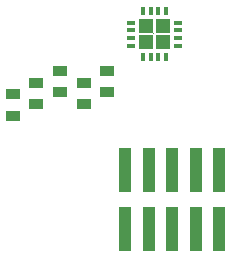
<source format=gbp>
%FSLAX44Y44*%
%MOMM*%
G71*
G01*
G75*
G04 Layer_Color=128*
%ADD10R,2.5000X6.0000*%
%ADD11R,6.9850X4.0000*%
%ADD12R,6.0000X2.5000*%
%ADD13R,4.0000X6.9850*%
%ADD14C,1.0000*%
%ADD15C,0.2540*%
%ADD16C,4.0000*%
%ADD17C,1.2700*%
%ADD18R,1.2192X0.8128*%
%ADD19R,1.0200X3.8000*%
%ADD20R,0.3556X0.7620*%
%ADD21R,0.7620X0.3556*%
%ADD22R,2.7940X2.7940*%
%ADD23R,2.7032X6.2032*%
%ADD24R,7.1882X4.2032*%
%ADD25R,6.2032X2.7032*%
%ADD26R,4.2032X7.1882*%
%ADD27C,4.2032*%
%ADD28C,1.4732*%
%ADD29R,1.4224X1.0160*%
%ADD30R,1.1200X3.9000*%
%ADD31R,0.5588X0.9652*%
%ADD32R,0.9652X0.5588*%
%ADD33R,2.9972X2.9972*%
%ADD34R,0.0254X0.0254*%
G36*
X482970Y462030D02*
X471000D01*
Y474000D01*
X482970D01*
Y462030D01*
D02*
G37*
G36*
X469000D02*
X457030D01*
Y474000D01*
X469000D01*
Y462030D01*
D02*
G37*
G36*
X482970Y476000D02*
X471000D01*
Y487970D01*
X482970D01*
Y476000D01*
D02*
G37*
G36*
X469000D02*
X457030D01*
Y487970D01*
X469000D01*
Y476000D01*
D02*
G37*
D18*
X350000Y424000D02*
D03*
Y405856D02*
D03*
X370000Y434000D02*
D03*
Y415856D02*
D03*
X390000Y444000D02*
D03*
Y425856D02*
D03*
X410000Y434000D02*
D03*
Y415856D02*
D03*
X430000Y444000D02*
D03*
Y425856D02*
D03*
D19*
X445000Y360350D02*
D03*
Y309650D02*
D03*
X465000Y360350D02*
D03*
Y309650D02*
D03*
X485000Y360350D02*
D03*
Y309650D02*
D03*
X505000Y360350D02*
D03*
Y309650D02*
D03*
X525000Y360350D02*
D03*
Y309650D02*
D03*
D20*
X479750Y455315D02*
D03*
X473250D02*
D03*
X466750D02*
D03*
X460250D02*
D03*
Y494685D02*
D03*
X466750D02*
D03*
X473250D02*
D03*
X479750D02*
D03*
D21*
X450315Y465250D02*
D03*
Y471750D02*
D03*
Y478250D02*
D03*
Y484750D02*
D03*
X489685D02*
D03*
Y478250D02*
D03*
Y471750D02*
D03*
Y465250D02*
D03*
D34*
X470000Y475000D02*
D03*
M02*

</source>
